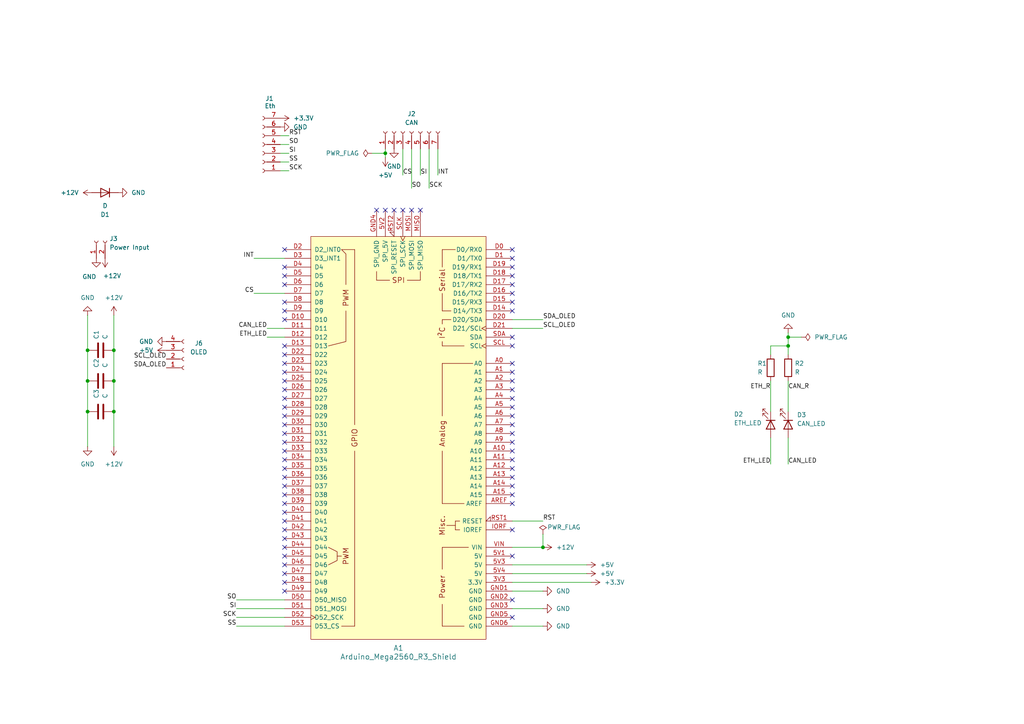
<source format=kicad_sch>
(kicad_sch (version 20231120) (generator "eeschema") (generator_version "8.0")
  (paper "A4")
  (lib_symbols
    (symbol "+12V_1" (power) (pin_numbers hide) (pin_names (offset 0) hide)
      (property "Value" "+12V" (at 0 3.556 0))
      (symbol "+12V_1_0_1"
        (polyline (pts (xy -0.762 1.27) (xy 0 2.54)))
        (polyline (pts (xy 0 0) (xy 0 2.54)))
        (polyline (pts (xy 0 2.54) (xy 0.762 1.27)))
      )
      (symbol "+12V_1_1_1"
        (pin power_in line (at 0 0 90) (length 0) (name "~") (number "1"))
      )
    )
    (symbol "+12V_2" (power) (pin_numbers hide) (pin_names (offset 0) hide)
      (property "Value" "+12V" (at 0 3.556 0))
      (symbol "+12V_2_0_1"
        (polyline (pts (xy -0.762 1.27) (xy 0 2.54)))
        (polyline (pts (xy 0 0) (xy 0 2.54)))
        (polyline (pts (xy 0 2.54) (xy 0.762 1.27)))
      )
      (symbol "+12V_2_1_1"
        (pin power_in line (at 0 0 90) (length 0) (name "~") (number "1"))
      )
    )
    (symbol "+5V_1" (power) (pin_numbers hide) (pin_names (offset 0) hide)
      (property "Value" "+5V" (at 0 3.556 0))
      (symbol "+5V_1_0_1"
        (polyline (pts (xy -0.762 1.27) (xy 0 2.54)))
        (polyline (pts (xy 0 0) (xy 0 2.54)))
        (polyline (pts (xy 0 2.54) (xy 0.762 1.27)))
      )
      (symbol "+5V_1_1_1"
        (pin power_in line (at 0 0 90) (length 0) (name "~") (number "1"))
      )
    )
    (symbol "+5V_2" (power) (pin_numbers hide) (pin_names (offset 0) hide)
      (property "Value" "+5V" (at 0 3.556 0))
      (symbol "+5V_2_0_1"
        (polyline (pts (xy -0.762 1.27) (xy 0 2.54)))
        (polyline (pts (xy 0 0) (xy 0 2.54)))
        (polyline (pts (xy 0 2.54) (xy 0.762 1.27)))
      )
      (symbol "+5V_2_1_1"
        (pin power_in line (at 0 0 90) (length 0) (name "~") (number "1"))
      )
    )
    (symbol "Connector:Conn_01x02_Socket" (pin_names (offset 1.016) hide)
      (property "Reference" "J" (at 0 2.54 0))
      (property "Value" "Conn_01x02_Socket" (at 0 -5.08 0))
      (symbol "Conn_01x02_Socket_1_1"
        (arc (start 0 -2.032) (mid -0.5058 -2.54) (end 0 -3.048) (stroke (width 0.1524)))
        (polyline (pts (xy -1.27 -2.54) (xy -0.508 -2.54)) (stroke (width 0.1524)))
        (polyline (pts (xy -1.27 0) (xy -0.508 0)) (stroke (width 0.1524)))
        (arc (start 0 0.508) (mid -0.5058 0) (end 0 -0.508) (stroke (width 0.1524)))
        (pin passive line (at -5.08 0 0) (length 3.81) (name "Pin_1") (number "1"))
        (pin passive line (at -5.08 -2.54 0) (length 3.81) (name "Pin_2") (number "2"))
      )
    )
    (symbol "Connector:Conn_01x04_Socket" (pin_names (offset 1.016) hide)
      (property "Reference" "J" (at 0 5.08 0))
      (property "Value" "Conn_01x04_Socket" (at 0 -7.62 0))
      (symbol "Conn_01x04_Socket_1_1"
        (arc (start 0 -4.572) (mid -0.5058 -5.08) (end 0 -5.588) (stroke (width 0.1524)))
        (arc (start 0 -2.032) (mid -0.5058 -2.54) (end 0 -3.048) (stroke (width 0.1524)))
        (polyline (pts (xy -1.27 -5.08) (xy -0.508 -5.08)) (stroke (width 0.1524)))
        (polyline (pts (xy -1.27 -2.54) (xy -0.508 -2.54)) (stroke (width 0.1524)))
        (polyline (pts (xy -1.27 0) (xy -0.508 0)) (stroke (width 0.1524)))
        (polyline (pts (xy -1.27 2.54) (xy -0.508 2.54)) (stroke (width 0.1524)))
        (arc (start 0 0.508) (mid -0.5058 0) (end 0 -0.508) (stroke (width 0.1524)))
        (arc (start 0 3.048) (mid -0.5058 2.54) (end 0 2.032) (stroke (width 0.1524)))
        (pin passive line (at -5.08 2.54 0) (length 3.81) (name "Pin_1") (number "1"))
        (pin passive line (at -5.08 0 0) (length 3.81) (name "Pin_2") (number "2"))
        (pin passive line (at -5.08 -2.54 0) (length 3.81) (name "Pin_3") (number "3"))
        (pin passive line (at -5.08 -5.08 0) (length 3.81) (name "Pin_4") (number "4"))
      )
    )
    (symbol "Connector:Conn_01x07_Socket" (pin_names (offset 1.016) hide)
      (property "Reference" "J" (at 0 10.16 0))
      (property "Value" "Conn_01x07_Socket" (at 0 -10.16 0))
      (symbol "Conn_01x07_Socket_1_1"
        (arc (start 0 -7.112) (mid -0.5058 -7.62) (end 0 -8.128) (stroke (width 0.1524)))
        (arc (start 0 -4.572) (mid -0.5058 -5.08) (end 0 -5.588) (stroke (width 0.1524)))
        (arc (start 0 -2.032) (mid -0.5058 -2.54) (end 0 -3.048) (stroke (width 0.1524)))
        (polyline (pts (xy -1.27 -7.62) (xy -0.508 -7.62)) (stroke (width 0.1524)))
        (polyline (pts (xy -1.27 -5.08) (xy -0.508 -5.08)) (stroke (width 0.1524)))
        (polyline (pts (xy -1.27 -2.54) (xy -0.508 -2.54)) (stroke (width 0.1524)))
        (polyline (pts (xy -1.27 0) (xy -0.508 0)) (stroke (width 0.1524)))
        (polyline (pts (xy -1.27 2.54) (xy -0.508 2.54)) (stroke (width 0.1524)))
        (polyline (pts (xy -1.27 5.08) (xy -0.508 5.08)) (stroke (width 0.1524)))
        (polyline (pts (xy -1.27 7.62) (xy -0.508 7.62)) (stroke (width 0.1524)))
        (arc (start 0 0.508) (mid -0.5058 0) (end 0 -0.508) (stroke (width 0.1524)))
        (arc (start 0 3.048) (mid -0.5058 2.54) (end 0 2.032) (stroke (width 0.1524)))
        (arc (start 0 5.588) (mid -0.5058 5.08) (end 0 4.572) (stroke (width 0.1524)))
        (arc (start 0 8.128) (mid -0.5058 7.62) (end 0 7.112) (stroke (width 0.1524)))
        (pin passive line (at -5.08 7.62 0) (length 3.81) (name "Pin_1") (number "1"))
        (pin passive line (at -5.08 5.08 0) (length 3.81) (name "Pin_2") (number "2"))
        (pin passive line (at -5.08 2.54 0) (length 3.81) (name "Pin_3") (number "3"))
        (pin passive line (at -5.08 0 0) (length 3.81) (name "Pin_4") (number "4"))
        (pin passive line (at -5.08 -2.54 0) (length 3.81) (name "Pin_5") (number "5"))
        (pin passive line (at -5.08 -5.08 0) (length 3.81) (name "Pin_6") (number "6"))
        (pin passive line (at -5.08 -7.62 0) (length 3.81) (name "Pin_7") (number "7"))
      )
    )
    (symbol "Device:C" (pin_numbers hide) (pin_names (offset 0.254))
      (property "Reference" "C" (at 0.635 2.54 0))
      (property "Value" "C" (at 0.635 -2.54 0))
      (symbol "C_0_1"
        (polyline (pts (xy -2.032 -0.762) (xy 2.032 -0.762)) (stroke (width 0.508)))
        (polyline (pts (xy -2.032 0.762) (xy 2.032 0.762)) (stroke (width 0.508)))
      )
      (symbol "C_1_1"
        (pin passive line (at 0 3.81 270) (length 2.794) (name "~") (number "1"))
        (pin passive line (at 0 -3.81 90) (length 2.794) (name "~") (number "2"))
      )
    )
    (symbol "Device:D" (pin_numbers hide) (pin_names (offset 1.016) hide)
      (property "Reference" "D" (at 0 2.54 0))
      (property "Value" "D" (at 0 -2.54 0))
      (symbol "D_0_1"
        (polyline (pts (xy -1.27 1.27) (xy -1.27 -1.27)) (stroke (width 0.254)))
        (polyline (pts (xy 1.27 0) (xy -1.27 0)))
        (polyline (pts (xy 1.27 1.27) (xy 1.27 -1.27) (xy -1.27 0) (xy 1.27 1.27)) (stroke (width 0.254)))
      )
      (symbol "D_1_1"
        (pin passive line (at -3.81 0 0) (length 2.54) (name "K") (number "1"))
        (pin passive line (at 3.81 0 180) (length 2.54) (name "A") (number "2"))
      )
    )
    (symbol "Device:LED" (pin_numbers hide) (pin_names (offset 1.016) hide)
      (property "Reference" "D" (at 0 2.54 0))
      (property "Value" "LED" (at 0 -2.54 0))
      (symbol "LED_0_1"
        (polyline (pts (xy -1.27 -1.27) (xy -1.27 1.27)) (stroke (width 0.254)))
        (polyline (pts (xy -1.27 0) (xy 1.27 0)))
        (polyline (pts (xy 1.27 -1.27) (xy 1.27 1.27) (xy -1.27 0) (xy 1.27 -1.27)) (stroke (width 0.254)))
        (polyline (pts (xy -3.048 -0.762) (xy -4.572 -2.286) (xy -3.81 -2.286) (xy -4.572 -2.286) (xy -4.572 -1.524)))
        (polyline (pts (xy -1.778 -0.762) (xy -3.302 -2.286) (xy -2.54 -2.286) (xy -3.302 -2.286) (xy -3.302 -1.524)))
      )
      (symbol "LED_1_1"
        (pin passive line (at -3.81 0 0) (length 2.54) (name "K") (number "1"))
        (pin passive line (at 3.81 0 180) (length 2.54) (name "A") (number "2"))
      )
    )
    (symbol "Device:R" (pin_numbers hide) (pin_names (offset 0))
      (property "Reference" "R" (at 2.032 0 90))
      (property "Value" "R" (at 0 0 90))
      (symbol "R_0_1"
        (rectangle (start -1.016 -2.54) (end 1.016 2.54) (stroke (width 0.254)))
      )
      (symbol "R_1_1"
        (pin passive line (at 0 3.81 270) (length 1.27) (name "~") (number "1"))
        (pin passive line (at 0 -3.81 90) (length 1.27) (name "~") (number "2"))
      )
    )
    (symbol "GND_1" (power) (pin_numbers hide) (pin_names (offset 0) hide)
      (property "Value" "GND" (at 0 -3.81 0))
      (symbol "GND_1_0_1"
        (polyline (pts (xy 0 0) (xy 0 -1.27) (xy 1.27 -1.27) (xy 0 -2.54) (xy -1.27 -1.27) (xy 0 -1.27)))
      )
      (symbol "GND_1_1_1"
        (pin power_in line (at 0 0 270) (length 0) (name "~") (number "1"))
      )
    )
    (symbol "GND_2" (power) (pin_numbers hide) (pin_names (offset 0) hide)
      (property "Value" "GND" (at 0 -3.81 0))
      (symbol "GND_2_0_1"
        (polyline (pts (xy 0 0) (xy 0 -1.27) (xy 1.27 -1.27) (xy 0 -2.54) (xy -1.27 -1.27) (xy 0 -1.27)))
      )
      (symbol "GND_2_1_1"
        (pin power_in line (at 0 0 270) (length 0) (name "~") (number "1"))
      )
    )
    (symbol "GND_3" (power) (pin_numbers hide) (pin_names (offset 0) hide)
      (property "Value" "GND" (at 0 -3.81 0))
      (symbol "GND_3_0_1"
        (polyline (pts (xy 0 0) (xy 0 -1.27) (xy 1.27 -1.27) (xy 0 -2.54) (xy -1.27 -1.27) (xy 0 -1.27)))
      )
      (symbol "GND_3_1_1"
        (pin power_in line (at 0 0 270) (length 0) (name "~") (number "1"))
      )
    )
    (symbol "GND_4" (power) (pin_numbers hide) (pin_names (offset 0) hide)
      (property "Value" "GND" (at 0 -3.81 0))
      (symbol "GND_4_0_1"
        (polyline (pts (xy 0 0) (xy 0 -1.27) (xy 1.27 -1.27) (xy 0 -2.54) (xy -1.27 -1.27) (xy 0 -1.27)))
      )
      (symbol "GND_4_1_1"
        (pin power_in line (at 0 0 270) (length 0) (name "~") (number "1"))
      )
    )
    (symbol "GND_5" (power) (pin_numbers hide) (pin_names (offset 0) hide)
      (property "Value" "GND" (at 0 -3.81 0))
      (symbol "GND_5_0_1"
        (polyline (pts (xy 0 0) (xy 0 -1.27) (xy 1.27 -1.27) (xy 0 -2.54) (xy -1.27 -1.27) (xy 0 -1.27)))
      )
      (symbol "GND_5_1_1"
        (pin power_in line (at 0 0 270) (length 0) (name "~") (number "1"))
      )
    )
    (symbol "PCM_arduino-library:Arduino_Mega2560_R3_Shield" (pin_names (offset 1.016))
      (property "Reference" "A" (at 0 -62.23 0))
      (property "Value" "Arduino_Mega2560_R3_Shield" (at 0 -66.04 0))
      (symbol "Arduino_Mega2560_R3_Shield_0_0"
        (rectangle (start -25.4 -58.42) (end 25.4 58.42) (fill (type background)))
        (rectangle (start -20.32 -31.75) (end -12.7 -31.75))
        (rectangle (start -19.05 -54.61) (end -12.7 -54.61))
        (rectangle (start -19.05 -19.05) (end -12.7 -19.05))
        (rectangle (start -19.05 26.67) (end -12.7 26.67))
        (rectangle (start -17.78 -26.67) (end -16.51 -26.67))
        (rectangle (start -17.78 -24.13) (end -16.51 -24.13))
        (rectangle (start -16.51 -25.4) (end -13.97 -25.4))
        (rectangle (start -16.51 -24.13) (end -16.51 -26.67))
        (rectangle (start -16.51 54.61) (end -12.7 54.61))
        (rectangle (start -15.24 34.29) (end -12.7 34.29))
        (rectangle (start -15.24 36.83) (end -12.7 36.83))
        (rectangle (start -12.7 -54.61) (end -12.7 -48.26))
        (rectangle (start -12.7 -31.75) (end -12.7 -38.1))
        (rectangle (start -12.7 26.67) (end -12.7 27.94))
        (rectangle (start -12.7 34.29) (end -12.7 33.02))
        (rectangle (start -12.7 41.91) (end -12.7 36.83))
        (rectangle (start -12.7 49.53) (end -12.7 54.61))
        (rectangle (start -6.35 48.26) (end -6.35 45.72))
        (rectangle (start -2.54 45.72) (end -6.35 45.72))
        (polyline (pts (xy -21.59 21.59) (xy -12.7 21.59)))
        (polyline (pts (xy -12.7 -19.05) (xy -12.7 -3.81)))
        (polyline (pts (xy -12.7 6.35) (xy -12.7 21.59)))
        (polyline (pts (xy 12.7 -54.61) (xy 16.51 -54.61)))
        (polyline (pts (xy 12.7 54.61) (xy 16.51 54.61)))
        (polyline (pts (xy 17.78 -34.29) (xy 16.51 -34.29)))
        (polyline (pts (xy 15.24 36.83) (xy 15.24 27.94) (xy 20.32 26.67)))
        (polyline (pts (xy 15.24 44.45) (xy 15.24 53.34) (xy 16.51 54.61)))
        (polyline (pts (xy 20.32 -31.75) (xy 17.78 -33.02) (xy 17.78 -35.56) (xy 20.32 -36.83)))
        (rectangle (start 6.35 45.72) (end 2.54 45.72))
        (rectangle (start 6.35 48.26) (end 6.35 45.72))
        (text "Analog" (at -12.7 1.27 900) (effects (font (size 1.524 1.524))))
        (text "I²C" (at -12.7 30.48 900) (effects (font (size 1.524 1.524))))
        (text "Misc." (at -12.7 -25.4 900) (effects (font (size 1.524 1.524))))
        (text "Power" (at -12.7 -43.18 900) (effects (font (size 1.524 1.524))))
        (text "PWM" (at 15.24 -34.29 900) (effects (font (size 1.524 1.524))))
        (text "PWM" (at 15.24 40.64 900) (effects (font (size 1.524 1.524))))
        (text "Serial" (at -12.7 45.72 900) (effects (font (size 1.524 1.524))))
        (text "SPI" (at 0 45.72 0) (effects (font (size 1.524 1.524))))
      )
      (symbol "Arduino_Mega2560_R3_Shield_1_0"
        (rectangle (start 12.7 -54.61) (end 12.7 -3.81))
        (rectangle (start 12.7 54.61) (end 12.7 3.81))
        (text "GPIO" (at 12.7 0 900) (effects (font (size 1.524 1.524))))
      )
      (symbol "Arduino_Mega2560_R3_Shield_1_1"
        (pin power_out line (at -33.02 -41.91 0) (length 7.62) (name "3.3V") (number "3V3"))
        (pin power_in line (at -33.02 -34.29 0) (length 7.62) (name "5V") (number "5V1"))
        (pin power_in line (at 3.81 66.04 270) (length 7.62) (name "SPI_5V") (number "5V2"))
        (pin power_in line (at -33.02 -36.83 0) (length 7.62) (name "5V") (number "5V3"))
        (pin power_in line (at -33.02 -39.37 0) (length 7.62) (name "5V") (number "5V4"))
        (pin bidirectional line (at -33.02 21.59 0) (length 7.62) (name "A0") (number "A0"))
        (pin bidirectional line (at -33.02 19.05 0) (length 7.62) (name "A1") (number "A1"))
        (pin bidirectional line (at -33.02 -3.81 0) (length 7.62) (name "A10") (number "A10"))
        (pin bidirectional line (at -33.02 -6.35 0) (length 7.62) (name "A11") (number "A11"))
        (pin bidirectional line (at -33.02 -8.89 0) (length 7.62) (name "A12") (number "A12"))
        (pin bidirectional line (at -33.02 -11.43 0) (length 7.62) (name "A13") (number "A13"))
        (pin bidirectional line (at -33.02 -13.97 0) (length 7.62) (name "A14") (number "A14"))
        (pin bidirectional line (at -33.02 -16.51 0) (length 7.62) (name "A15") (number "A15"))
        (pin bidirectional line (at -33.02 16.51 0) (length 7.62) (name "A2") (number "A2"))
        (pin bidirectional line (at -33.02 13.97 0) (length 7.62) (name "A3") (number "A3"))
        (pin bidirectional line (at -33.02 11.43 0) (length 7.62) (name "A4") (number "A4"))
        (pin bidirectional line (at -33.02 8.89 0) (length 7.62) (name "A5") (number "A5"))
        (pin bidirectional line (at -33.02 6.35 0) (length 7.62) (name "A6") (number "A6"))
        (pin bidirectional line (at -33.02 3.81 0) (length 7.62) (name "A7") (number "A7"))
        (pin bidirectional line (at -33.02 1.27 0) (length 7.62) (name "A8") (number "A8"))
        (pin bidirectional line (at -33.02 -1.27 0) (length 7.62) (name "A9") (number "A9"))
        (pin input line (at -33.02 -19.05 0) (length 7.62) (name "AREF") (number "AREF"))
        (pin bidirectional line (at -33.02 54.61 0) (length 7.62) (name "D0/RX0") (number "D0"))
        (pin bidirectional line (at -33.02 52.07 0) (length 7.62) (name "D1/TX0") (number "D1"))
        (pin bidirectional line (at 33.02 34.29 180) (length 7.62) (name "D10") (number "D10"))
        (pin bidirectional line (at 33.02 31.75 180) (length 7.62) (name "D11") (number "D11"))
        (pin bidirectional line (at 33.02 29.21 180) (length 7.62) (name "D12") (number "D12"))
        (pin bidirectional line (at 33.02 26.67 180) (length 7.62) (name "D13") (number "D13"))
        (pin bidirectional line (at -33.02 36.83 0) (length 7.62) (name "D14/TX3") (number "D14"))
        (pin bidirectional line (at -33.02 39.37 0) (length 7.62) (name "D15/RX3") (number "D15"))
        (pin bidirectional line (at -33.02 41.91 0) (length 7.62) (name "D16/TX2") (number "D16"))
        (pin bidirectional line (at -33.02 44.45 0) (length 7.62) (name "D17/RX2") (number "D17"))
        (pin bidirectional line (at -33.02 46.99 0) (length 7.62) (name "D18/TX1") (number "D18"))
        (pin bidirectional line (at -33.02 49.53 0) (length 7.62) (name "D19/RX1") (number "D19"))
        (pin bidirectional line (at 33.02 54.61 180) (length 7.62) (name "D2_INT0") (number "D2"))
        (pin bidirectional line (at -33.02 34.29 0) (length 7.62) (name "D20/SDA") (number "D20"))
        (pin bidirectional clock (at -33.02 31.75 0) (length 7.62) (name "D21/SCL") (number "D21"))
        (pin bidirectional line (at 33.02 24.13 180) (length 7.62) (name "D22") (number "D22"))
        (pin bidirectional line (at 33.02 21.59 180) (length 7.62) (name "D23") (number "D23"))
        (pin bidirectional line (at 33.02 19.05 180) (length 7.62) (name "D24") (number "D24"))
        (pin bidirectional line (at 33.02 16.51 180) (length 7.62) (name "D25") (number "D25"))
        (pin bidirectional line (at 33.02 13.97 180) (length 7.62) (name "D26") (number "D26"))
        (pin bidirectional line (at 33.02 11.43 180) (length 7.62) (name "D27") (number "D27"))
        (pin bidirectional line (at 33.02 8.89 180) (length 7.62) (name "D28") (number "D28"))
        (pin bidirectional line (at 33.02 6.35 180) (length 7.62) (name "D29") (number "D29"))
        (pin bidirectional line (at 33.02 52.07 180) (length 7.62) (name "D3_INT1") (number "D3"))
        (pin bidirectional line (at 33.02 3.81 180) (length 7.62) (name "D30") (number "D30"))
        (pin bidirectional line (at 33.02 1.27 180) (length 7.62) (name "D31") (number "D31"))
        (pin bidirectional line (at 33.02 -1.27 180) (length 7.62) (name "D32") (number "D32"))
        (pin bidirectional line (at 33.02 -3.81 180) (length 7.62) (name "D33") (number "D33"))
        (pin bidirectional line (at 33.02 -6.35 180) (length 7.62) (name "D34") (number "D34"))
        (pin bidirectional line (at 33.02 -8.89 180) (length 7.62) (name "D35") (number "D35"))
        (pin bidirectional line (at 33.02 -11.43 180) (length 7.62) (name "D36") (number "D36"))
        (pin bidirectional line (at 33.02 -13.97 180) (length 7.62) (name "D37") (number "D37"))
        (pin bidirectional line (at 33.02 -16.51 180) (length 7.62) (name "D38") (number "D38"))
        (pin bidirectional line (at 33.02 -19.05 180) (length 7.62) (name "D39") (number "D39"))
        (pin bidirectional line (at 33.02 49.53 180) (length 7.62) (name "D4") (number "D4"))
        (pin bidirectional line (at 33.02 -21.59 180) (length 7.62) (name "D40") (number "D40"))
        (pin bidirectional line (at 33.02 -24.13 180) (length 7.62) (name "D41") (number "D41"))
        (pin bidirectional line (at 33.02 -26.67 180) (length 7.62) (name "D42") (number "D42"))
        (pin bidirectional line (at 33.02 -29.21 180) (length 7.62) (name "D43") (number "D43"))
        (pin bidirectional line (at 33.02 -31.75 180) (length 7.62) (name "D44") (number "D44"))
        (pin bidirectional line (at 33.02 -34.29 180) (length 7.62) (name "D45") (number "D45"))
        (pin bidirectional line (at 33.02 -36.83 180) (length 7.62) (name "D46") (number "D46"))
        (pin bidirectional line (at 33.02 -39.37 180) (length 7.62) (name "D47") (number "D47"))
        (pin bidirectional line (at 33.02 -41.91 180) (length 7.62) (name "D48") (number "D48"))
        (pin bidirectional line (at 33.02 -44.45 180) (length 7.62) (name "D49") (number "D49"))
        (pin bidirectional line (at 33.02 46.99 180) (length 7.62) (name "D5") (number "D5"))
        (pin bidirectional line (at 33.02 -46.99 180) (length 7.62) (name "D50_MISO") (number "D50"))
        (pin bidirectional line (at 33.02 -49.53 180) (length 7.62) (name "D51_MOSI") (number "D51"))
        (pin bidirectional clock (at 33.02 -52.07 180) (length 7.62) (name "D52_SCK") (number "D52"))
        (pin bidirectional line (at 33.02 -54.61 180) (length 7.62) (name "D53_CS") (number "D53"))
        (pin bidirectional line (at 33.02 44.45 180) (length 7.62) (name "D6") (number "D6"))
        (pin bidirectional line (at 33.02 41.91 180) (length 7.62) (name "D7") (number "D7"))
        (pin bidirectional line (at 33.02 39.37 180) (length 7.62) (name "D8") (number "D8"))
        (pin bidirectional line (at 33.02 36.83 180) (length 7.62) (name "D9") (number "D9"))
        (pin power_in line (at -33.02 -44.45 0) (length 7.62) (name "GND") (number "GND1"))
        (pin power_in line (at -33.02 -46.99 0) (length 7.62) (name "GND") (number "GND2"))
        (pin power_in line (at -33.02 -49.53 0) (length 7.62) (name "GND") (number "GND3"))
        (pin power_in line (at 6.35 66.04 270) (length 7.62) (name "SPI_GND") (number "GND4"))
        (pin power_in line (at -33.02 -52.07 0) (length 7.62) (name "GND") (number "GND5"))
        (pin power_in line (at -33.02 -54.61 0) (length 7.62) (name "GND") (number "GND6"))
        (pin output line (at -33.02 -26.67 0) (length 7.62) (name "IOREF") (number "IORF"))
        (pin input line (at -6.35 66.04 270) (length 7.62) (name "SPI_MISO") (number "MISO"))
        (pin output line (at -3.81 66.04 270) (length 7.62) (name "SPI_MOSI") (number "MOSI"))
        (pin open_collector input_low (at -33.02 -24.13 0) (length 7.62) (name "RESET") (number "RST1"))
        (pin open_collector input_low (at 1.27 66.04 270) (length 7.62) (name "SPI_RESET") (number "RST2"))
        (pin output clock (at -1.27 66.04 270) (length 7.62) (name "SPI_SCK") (number "SCK"))
        (pin bidirectional clock (at -33.02 26.67 0) (length 7.62) (name "SCL") (number "SCL"))
        (pin bidirectional line (at -33.02 29.21 0) (length 7.62) (name "SDA") (number "SDA"))
        (pin power_in line (at -33.02 -31.75 0) (length 7.62) (name "VIN") (number "VIN"))
      )
    )
    (symbol "power:+3.3V" (power) (pin_numbers hide) (pin_names (offset 0) hide)
      (property "Value" "+3.3V" (at 0 3.556 0))
      (symbol "+3.3V_0_1"
        (polyline (pts (xy -0.762 1.27) (xy 0 2.54)))
        (polyline (pts (xy 0 0) (xy 0 2.54)))
        (polyline (pts (xy 0 2.54) (xy 0.762 1.27)))
      )
      (symbol "+3.3V_1_1"
        (pin power_in line (at 0 0 90) (length 0) (name "~") (number "1"))
      )
    )
    (symbol "power:+5V" (power) (pin_numbers hide) (pin_names (offset 0) hide)
      (property "Value" "+5V" (at 0 3.556 0))
      (symbol "+5V_0_1"
        (polyline (pts (xy -0.762 1.27) (xy 0 2.54)))
        (polyline (pts (xy 0 0) (xy 0 2.54)))
        (polyline (pts (xy 0 2.54) (xy 0.762 1.27)))
      )
      (symbol "+5V_1_1"
        (pin power_in line (at 0 0 90) (length 0) (name "~") (number "1"))
      )
    )
    (symbol "power:GND" (power) (pin_numbers hide) (pin_names (offset 0) hide)
      (property "Value" "GND" (at 0 -3.81 0))
      (symbol "GND_0_1"
        (polyline (pts (xy 0 0) (xy 0 -1.27) (xy 1.27 -1.27) (xy 0 -2.54) (xy -1.27 -1.27) (xy 0 -1.27)))
      )
      (symbol "GND_1_1"
        (pin power_in line (at 0 0 270) (length 0) (name "~") (number "1"))
      )
    )
    (symbol "power:PWR_FLAG" (power) (pin_numbers hide) (pin_names (offset 0) hide)
      (property "Value" "PWR_FLAG" (at 0 3.81 0))
      (symbol "PWR_FLAG_0_0"
        (pin power_out line (at 0 0 90) (length 0) (name "~") (number "1"))
      )
      (symbol "PWR_FLAG_0_1"
        (polyline (pts (xy 0 0) (xy 0 1.27) (xy -1.016 1.905) (xy 0 2.54) (xy 1.016 1.905) (xy 0 1.27)))
      )
    )
  )
  (junction (at 33.02 119.38))
  (junction (at 157.48 158.75))
  (junction (at 33.02 110.49))
  (junction (at 25.4 101.6))
  (junction (at 228.6 100.33))
  (junction (at 228.6 97.79))
  (junction (at 25.4 119.38))
  (junction (at 25.4 110.49))
  (junction (at 33.02 101.6))
  (junction (at 111.76 44.45))
  (no_connect (at 148.59 123.19))
  (no_connect (at 82.55 107.95))
  (no_connect (at 82.55 171.45))
  (no_connect (at 148.59 100.33))
  (no_connect (at 82.55 166.37))
  (no_connect (at 148.59 146.05))
  (no_connect (at 82.55 125.73))
  (no_connect (at 148.59 118.11))
  (no_connect (at 148.59 179.07))
  (no_connect (at 121.92 60.96))
  (no_connect (at 148.59 110.49))
  (no_connect (at 82.55 140.97))
  (no_connect (at 82.55 130.81))
  (no_connect (at 82.55 118.11))
  (no_connect (at 148.59 74.93))
  (no_connect (at 116.84 60.96))
  (no_connect (at 148.59 143.51))
  (no_connect (at 148.59 140.97))
  (no_connect (at 82.55 138.43))
  (no_connect (at 148.59 90.17))
  (no_connect (at 82.55 102.87))
  (no_connect (at 148.59 97.79))
  (no_connect (at 82.55 123.19))
  (no_connect (at 148.59 128.27))
  (no_connect (at 148.59 135.89))
  (no_connect (at 148.59 72.39))
  (no_connect (at 148.59 173.99))
  (no_connect (at 148.59 87.63))
  (no_connect (at 148.59 80.01))
  (no_connect (at 82.55 133.35))
  (no_connect (at 148.59 133.35))
  (no_connect (at 82.55 163.83))
  (no_connect (at 82.55 100.33))
  (no_connect (at 82.55 105.41))
  (no_connect (at 82.55 158.75))
  (no_connect (at 148.59 85.09))
  (no_connect (at 82.55 110.49))
  (no_connect (at 114.3 60.96))
  (no_connect (at 148.59 130.81))
  (no_connect (at 82.55 113.03))
  (no_connect (at 148.59 153.67))
  (no_connect (at 82.55 135.89))
  (no_connect (at 82.55 143.51))
  (no_connect (at 148.59 125.73))
  (no_connect (at 82.55 156.21))
  (no_connect (at 148.59 138.43))
  (no_connect (at 148.59 120.65))
  (no_connect (at 111.76 60.96))
  (no_connect (at 82.55 148.59))
  (no_connect (at 148.59 82.55))
  (no_connect (at 119.38 60.96))
  (no_connect (at 82.55 90.17))
  (no_connect (at 109.22 60.96))
  (no_connect (at 82.55 87.63))
  (no_connect (at 148.59 107.95))
  (no_connect (at 82.55 82.55))
  (no_connect (at 148.59 113.03))
  (no_connect (at 82.55 153.67))
  (no_connect (at 82.55 77.47))
  (no_connect (at 82.55 146.05))
  (no_connect (at 82.55 72.39))
  (no_connect (at 148.59 115.57))
  (no_connect (at 82.55 80.01))
  (no_connect (at 82.55 151.13))
  (no_connect (at 148.59 161.29))
  (no_connect (at 82.55 168.91))
  (no_connect (at 148.59 105.41))
  (no_connect (at 82.55 120.65))
  (no_connect (at 82.55 161.29))
  (no_connect (at 148.59 77.47))
  (no_connect (at 82.55 115.57))
  (no_connect (at 82.55 128.27))
  (no_connect (at 82.55 92.71))
  (wire (pts (xy 148.59 181.61) (xy 157.48 181.61)))
  (wire (pts (xy 119.38 43.18) (xy 119.38 54.61)))
  (wire (pts (xy 111.76 44.45) (xy 111.76 45.72)))
  (wire (pts (xy 223.52 110.49) (xy 223.52 119.38)))
  (wire (pts (xy 223.52 100.33) (xy 228.6 100.33)))
  (wire (pts (xy 116.84 43.18) (xy 116.84 50.8)))
  (wire (pts (xy 157.48 92.71) (xy 148.59 92.71)))
  (wire (pts (xy 148.59 176.53) (xy 157.48 176.53)))
  (wire (pts (xy 228.6 127) (xy 228.6 134.62)))
  (wire (pts (xy 228.6 100.33) (xy 228.6 102.87)))
  (wire (pts (xy 82.55 74.93) (xy 73.66 74.93)))
  (wire (pts (xy 223.52 102.87) (xy 223.52 100.33)))
  (wire (pts (xy 157.48 151.13) (xy 148.59 151.13)))
  (wire (pts (xy 124.46 43.18) (xy 124.46 54.61)))
  (wire (pts (xy 228.6 97.79) (xy 228.6 100.33)))
  (wire (pts (xy 25.4 119.38) (xy 25.4 129.54)))
  (wire (pts (xy 82.55 173.99) (xy 68.58 173.99)))
  (wire (pts (xy 82.55 179.07) (xy 68.58 179.07)))
  (wire (pts (xy 228.6 96.52) (xy 228.6 97.79)))
  (wire (pts (xy 25.4 91.44) (xy 25.4 101.6)))
  (wire (pts (xy 25.4 101.6) (xy 25.4 110.49)))
  (wire (pts (xy 157.48 154.94) (xy 157.48 158.75)))
  (wire (pts (xy 33.02 91.44) (xy 33.02 101.6)))
  (wire (pts (xy 82.55 85.09) (xy 73.66 85.09)))
  (wire (pts (xy 148.59 171.45) (xy 157.48 171.45)))
  (wire (pts (xy 111.76 43.18) (xy 111.76 44.45)))
  (wire (pts (xy 127 43.18) (xy 127 50.8)))
  (wire (pts (xy 33.02 110.49) (xy 33.02 119.38)))
  (wire (pts (xy 121.92 43.18) (xy 121.92 50.8)))
  (wire (pts (xy 157.48 158.75) (xy 148.59 158.75)))
  (wire (pts (xy 223.52 127) (xy 223.52 134.62)))
  (wire (pts (xy 107.95 44.45) (xy 111.76 44.45)))
  (wire (pts (xy 82.55 181.61) (xy 68.58 181.61)))
  (wire (pts (xy 81.28 41.91) (xy 83.82 41.91)))
  (wire (pts (xy 148.59 166.37) (xy 170.18 166.37)))
  (wire (pts (xy 25.4 110.49) (xy 25.4 119.38)))
  (wire (pts (xy 82.55 95.25) (xy 77.47 95.25)))
  (wire (pts (xy 81.28 39.37) (xy 83.82 39.37)))
  (wire (pts (xy 228.6 97.79) (xy 232.41 97.79)))
  (wire (pts (xy 157.48 95.25) (xy 148.59 95.25)))
  (wire (pts (xy 81.28 46.99) (xy 83.82 46.99)))
  (wire (pts (xy 81.28 44.45) (xy 83.82 44.45)))
  (wire (pts (xy 82.55 176.53) (xy 68.58 176.53)))
  (wire (pts (xy 228.6 110.49) (xy 228.6 119.38)))
  (wire (pts (xy 33.02 101.6) (xy 33.02 110.49)))
  (wire (pts (xy 33.02 119.38) (xy 33.02 129.54)))
  (wire (pts (xy 81.28 49.53) (xy 83.82 49.53)))
  (wire (pts (xy 148.59 163.83) (xy 170.18 163.83)))
  (wire (pts (xy 171.45 168.91) (xy 148.59 168.91)))
  (wire (pts (xy 82.55 97.79) (xy 77.47 97.79)))
  (label "SCK" (at 124.46 54.61 0))
  (label "SO" (at 83.82 41.91 0))
  (label "ETH_LED" (at 77.47 97.79 180))
  (label "SI" (at 83.82 44.45 0))
  (label "SCK" (at 68.58 179.07 180))
  (label "SS" (at 68.58 181.61 180))
  (label "CS" (at 73.66 85.09 180))
  (label "SDA_OLED" (at 157.48 92.71 0))
  (label "ETH_R" (at 223.52 113.03 180))
  (label "CAN_LED" (at 77.47 95.25 180))
  (label "SCL_OLED" (at 157.48 95.25 0))
  (label "ETH_LED" (at 223.52 134.62 180))
  (label "CAN_R" (at 228.6 113.03 0))
  (label "RST" (at 83.82 39.37 0))
  (label "RST" (at 157.48 151.13 0))
  (label "SCL_OLED" (at 48.26 104.14 180))
  (label "CAN_LED" (at 228.6 134.62 0))
  (label "SDA_OLED" (at 48.26 106.68 180))
  (label "INT" (at 127 50.8 0))
  (label "SS" (at 83.82 46.99 0))
  (label "SI" (at 121.92 50.8 0))
  (label "SO" (at 119.38 54.61 0))
  (label "CS" (at 116.84 50.8 0))
  (label "SO" (at 68.58 173.99 180))
  (label "SCK" (at 83.82 49.53 0))
  (label "INT" (at 73.66 74.93 180))
  (label "SI" (at 68.58 176.53 180))
  (symbol (lib_name "+12V_2") (lib_id "power:+12V") (at 30.48 74.93 180) (unit 1)
    (property "Reference" "#PWR025" (effects (hide yes)))
    (property "Value" "+12V" (at 32.512 80.01 0))
    (property "Description" "Power symbol creates a global label with name \"+12V\"" (effects (hide yes)))
  )
  (symbol (lib_id "Device:LED") (at 228.6 123.19 270) (unit 1)
    (property "Reference" "D3" (at 231.14 120.3324 90) (effects (justify left)))
    (property "Value" "CAN_LED" (at 231.14 122.8724 90) (effects (justify left)))
    (property "Footprint" "LED_SMD:LED_0805_2012Metric_Pad1.15x1.40mm_HandSolder" (effects (hide yes)))
    (property "Description" "Light emitting diode" (effects (hide yes)))
  )
  (symbol (lib_id "Device:C") (at 29.21 119.38 90) (unit 1)
    (property "Reference" "C3" (at 27.94 115.57 0) (effects (justify left)))
    (property "Value" "C" (at 30.48 115.57 0) (effects (justify left)))
    (property "Footprint" "Capacitor_SMD:C_0805_2012Metric_Pad1.18x1.45mm_HandSolder" (effects (hide yes)))
  )
  (symbol (lib_id "Device:R") (at 228.6 106.68 0) (unit 1)
    (property "Reference" "R2" (at 230.505 105.41 0) (effects (justify left)))
    (property "Value" "R" (at 230.505 107.95 0) (effects (justify left)))
    (property "Footprint" "Resistor_SMD:R_0805_2012Metric_Pad1.20x1.40mm_HandSolder" (effects (hide yes)))
  )
  (symbol (lib_name "GND_2") (lib_id "power:GND") (at 228.6 96.52 180) (unit 1)
    (property "Reference" "#PWR013" (effects (hide yes)))
    (property "Value" "GND" (at 228.6 91.44 0))
    (property "Description" "Power symbol creates a global label with name \"GND\" , ground" (effects (hide yes)))
  )
  (symbol (lib_id "PCM_arduino-library:Arduino_Mega2560_R3_Shield") (at 115.57 127 0) (mirror y) (unit 1)
    (property "Reference" "A1" (at 115.57 187.96 0) (effects (font (size 1.524 1.524))))
    (property "Value" "Arduino_Mega2560_R3_Shield" (at 115.57 190.5 0) (effects (font (size 1.524 1.524))))
    (property "Footprint" "PCM_arduino-library:Arduino_Mega2560_R3_Shield" (effects (hide yes)))
    (property "Datasheet" "https://docs.arduino.cc/hardware/mega-2560" (effects (hide yes)))
    (property "Description" "Shield for Arduino Mega 2560 R3" (effects (hide yes)))
  )
  (symbol (lib_id "power:PWR_FLAG") (at 232.41 97.79 270) (unit 1)
    (property "Reference" "#FLG03" (effects (hide yes)))
    (property "Value" "PWR_FLAG" (at 236.22 97.7899 90) (effects (justify left)))
    (property "Description" "Special symbol for telling ERC where power comes from" (effects (hide yes)))
  )
  (symbol (lib_name "GND_1") (lib_id "power:GND") (at 34.29 55.88 90) (unit 1)
    (property "Reference" "#PWR016" (effects (hide yes)))
    (property "Value" "GND" (at 38.1 55.8799 90) (effects (justify right)))
    (property "Description" "Power symbol creates a global label with name \"GND\" , ground" (effects (hide yes)))
  )
  (symbol (lib_id "Device:R") (at 223.52 106.68 0) (unit 1)
    (property "Reference" "R1" (at 219.71 105.41 0) (effects (justify left)))
    (property "Value" "R" (at 219.71 107.95 0) (effects (justify left)))
    (property "Footprint" "Resistor_SMD:R_0805_2012Metric_Pad1.20x1.40mm_HandSolder" (effects (hide yes)))
  )
  (symbol (lib_id "Connector:Conn_01x07_Socket") (at 119.38 38.1 90) (unit 1)
    (property "Reference" "J2" (at 119.38 33.02 90))
    (property "Value" "CAN" (at 119.38 35.56 90))
    (property "Footprint" "Connector_JST:JST_XH_B7B-XH-AM_1x07_P2.50mm_Vertical" (effects (hide yes)))
  )
  (symbol (lib_id "Connector:Conn_01x04_Socket") (at 53.34 104.14 0) (mirror x) (unit 1)
    (property "Reference" "J6" (at 57.658 99.568 0))
    (property "Value" "OLED" (at 57.658 102.108 0))
    (property "Footprint" "Connector_JST:JST_XH_B4B-XH-A_1x04_P2.50mm_Vertical" (effects (hide yes)))
  )
  (symbol (lib_id "Device:LED") (at 223.52 123.19 270) (unit 1)
    (property "Reference" "D2" (at 212.852 120.142 90) (effects (justify left)))
    (property "Value" "ETH_LED" (at 212.852 122.682 90) (effects (justify left)))
    (property "Footprint" "LED_SMD:LED_0805_2012Metric_Pad1.15x1.40mm_HandSolder" (effects (hide yes)))
    (property "Description" "Light emitting diode" (effects (hide yes)))
  )
  (symbol (lib_name "GND_3") (lib_id "power:GND") (at 157.48 176.53 90) (mirror x) (unit 1)
    (property "Reference" "#PWR020" (effects (hide yes)))
    (property "Value" "GND" (at 161.29 176.5299 90) (effects (justify right)))
    (property "Description" "Power symbol creates a global label with name \"GND\" , ground" (effects (hide yes)))
  )
  (symbol (lib_name "+5V_2") (lib_id "power:+5V") (at 111.76 45.72 180) (unit 1)
    (property "Reference" "#PWR01" (effects (hide yes)))
    (property "Value" "+5V" (at 111.76 50.8 0))
    (property "Description" "Power symbol creates a global label with name \"+5V\"" (effects (hide yes)))
  )
  (symbol (lib_id "power:PWR_FLAG") (at 107.95 44.45 90) (unit 1)
    (property "Reference" "#FLG01" (effects (hide yes)))
    (property "Value" "PWR_FLAG" (at 104.14 44.4499 90) (effects (justify left)))
    (property "Description" "Special symbol for telling ERC where power comes from" (effects (hide yes)))
  )
  (symbol (lib_id "power:+5V") (at 48.26 101.6 90) (mirror x) (unit 1)
    (property "Reference" "#PWR05" (effects (hide yes)))
    (property "Value" "+5V" (at 44.45 101.5999 90) (effects (justify left)))
    (property "Description" "Power symbol creates a global label with name \"+5V\"" (effects (hide yes)))
  )
  (symbol (lib_name "GND_1") (lib_id "power:GND") (at 25.4 129.54 0) (unit 1)
    (property "Reference" "#PWR09" (effects (hide yes)))
    (property "Value" "GND" (at 25.4 134.62 0))
    (property "Description" "Power symbol creates a global label with name \"GND\" , ground" (effects (hide yes)))
  )
  (symbol (lib_id "Connector:Conn_01x02_Socket") (at 27.94 69.85 90) (unit 1)
    (property "Reference" "J3" (at 31.75 69.2149 90) (effects (justify right)))
    (property "Value" "Power Input" (at 31.75 71.7549 90) (effects (justify right)))
    (property "Footprint" "Connector_JST:JST_XH_B2B-XH-A_1x02_P2.50mm_Vertical" (effects (hide yes)))
    (property "Description" "Generic connector, single row, 01x02, script generated" (effects (hide yes)))
  )
  (symbol (lib_name "+12V_2") (lib_id "power:+12V") (at 26.67 55.88 90) (unit 1)
    (property "Reference" "#PWR04" (effects (hide yes)))
    (property "Value" "+12V" (at 22.86 55.8799 90) (effects (justify left)))
    (property "Description" "Power symbol creates a global label with name \"+12V\"" (effects (hide yes)))
  )
  (symbol (lib_id "Device:C") (at 29.21 110.49 90) (unit 1)
    (property "Reference" "C2" (at 27.94 106.68 0) (effects (justify left)))
    (property "Value" "C" (at 30.48 106.68 0) (effects (justify left)))
    (property "Footprint" "Capacitor_SMD:C_0805_2012Metric_Pad1.18x1.45mm_HandSolder" (effects (hide yes)))
  )
  (symbol (lib_id "power:GND") (at 48.26 99.06 270) (mirror x) (unit 1)
    (property "Reference" "#PWR03" (effects (hide yes)))
    (property "Value" "GND" (at 44.45 99.0599 90) (effects (justify right)))
    (property "Description" "Power symbol creates a global label with name \"GND\" , ground" (effects (hide yes)))
  )
  (symbol (lib_name "GND_4") (lib_id "power:GND") (at 81.28 36.83 90) (unit 1)
    (property "Reference" "#PWR012" (effects (hide yes)))
    (property "Value" "GND" (at 85.09 36.8299 90) (effects (justify right)))
    (property "Description" "Power symbol creates a global label with name \"GND\" , ground" (effects (hide yes)))
  )
  (symbol (lib_name "GND_5") (lib_id "power:GND") (at 114.3 43.18 0) (unit 1)
    (property "Reference" "#PWR02" (effects (hide yes)))
    (property "Value" "GND" (at 114.3 48.26 0))
    (property "Description" "Power symbol creates a global label with name \"GND\" , ground" (effects (hide yes)))
  )
  (symbol (lib_name "+12V_1") (lib_id "power:+12V") (at 157.48 158.75 270) (mirror x) (unit 1)
    (property "Reference" "#PWR07" (effects (hide yes)))
    (property "Value" "+12V" (at 161.29 158.7499 90) (effects (justify left)))
    (property "Description" "Power symbol creates a global label with name \"+12V\"" (effects (hide yes)))
  )
  (symbol (lib_id "power:+3.3V") (at 171.45 168.91 270) (mirror x) (unit 1)
    (property "Reference" "#PWR011" (effects (hide yes)))
    (property "Value" "+3.3V" (at 175.26 168.9099 90) (effects (justify left)))
    (property "Description" "Power symbol creates a global label with name \"+3.3V\"" (effects (hide yes)))
  )
  (symbol (lib_id "Connector:Conn_01x07_Socket") (at 76.2 41.91 180) (unit 1)
    (property "Reference" "J1" (at 79.375 28.575 0) (effects (justify left)))
    (property "Value" "Eth" (at 80.01 30.734 0) (effects (justify left)))
    (property "Footprint" "Connector_JST:JST_XH_B7B-XH-AM_1x07_P2.50mm_Vertical" (effects (hide yes)))
  )
  (symbol (lib_name "GND_3") (lib_id "power:GND") (at 157.48 181.61 90) (mirror x) (unit 1)
    (property "Reference" "#PWR017" (effects (hide yes)))
    (property "Value" "GND" (at 161.29 181.6099 90) (effects (justify right)))
    (property "Description" "Power symbol creates a global label with name \"GND\" , ground" (effects (hide yes)))
  )
  (symbol (lib_name "GND_1") (lib_id "power:GND") (at 27.94 74.93 0) (unit 1)
    (property "Reference" "#PWR024" (effects (hide yes)))
    (property "Value" "GND" (at 25.908 80.264 0))
    (property "Description" "Power symbol creates a global label with name \"GND\" , ground" (effects (hide yes)))
  )
  (symbol (lib_name "+12V_2") (lib_id "power:+12V") (at 33.02 129.54 180) (unit 1)
    (property "Reference" "#PWR015" (effects (hide yes)))
    (property "Value" "+12V" (at 33.02 134.62 0))
    (property "Description" "Power symbol creates a global label with name \"+12V\"" (effects (hide yes)))
  )
  (symbol (lib_id "power:+3.3V") (at 81.28 34.29 270) (unit 1)
    (property "Reference" "#PWR019" (effects (hide yes)))
    (property "Value" "+3.3V" (at 85.09 34.2899 90) (effects (justify left)))
    (property "Description" "Power symbol creates a global label with name \"+3.3V\"" (effects (hide yes)))
  )
  (symbol (lib_name "+5V_1") (lib_id "power:+5V") (at 170.18 163.83 270) (mirror x) (unit 1)
    (property "Reference" "#PWR022" (effects (hide yes)))
    (property "Value" "+5V" (at 173.99 163.8299 90) (effects (justify left)))
    (property "Description" "Power symbol creates a global label with name \"+5V\"" (effects (hide yes)))
  )
  (symbol (lib_id "Device:C") (at 29.21 101.6 90) (unit 1)
    (property "Reference" "C1" (at 27.94 98.425 0) (effects (justify left)))
    (property "Value" "C" (at 30.48 98.425 0) (effects (justify left)))
    (property "Footprint" "Capacitor_SMD:C_0805_2012Metric_Pad1.18x1.45mm_HandSolder" (effects (hide yes)))
  )
  (symbol (lib_name "+12V_2") (lib_id "power:+12V") (at 33.02 91.44 0) (unit 1)
    (property "Reference" "#PWR014" (effects (hide yes)))
    (property "Value" "+12V" (at 33.02 86.36 0))
    (property "Description" "Power symbol creates a global label with name \"+12V\"" (effects (hide yes)))
  )
  (symbol (lib_name "GND_3") (lib_id "power:GND") (at 157.48 171.45 90) (mirror x) (unit 1)
    (property "Reference" "#PWR021" (effects (hide yes)))
    (property "Value" "GND" (at 161.29 171.4499 90) (effects (justify right)))
    (property "Description" "Power symbol creates a global label with name \"GND\" , ground" (effects (hide yes)))
  )
  (symbol (lib_name "+5V_1") (lib_id "power:+5V") (at 170.18 166.37 270) (mirror x) (unit 1)
    (property "Reference" "#PWR023" (effects (hide yes)))
    (property "Value" "+5V" (at 173.99 166.3699 90) (effects (justify left)))
    (property "Description" "Power symbol creates a global label with name \"+5V\"" (effects (hide yes)))
  )
  (symbol (lib_name "GND_1") (lib_id "power:GND") (at 25.4 91.44 180) (unit 1)
    (property "Reference" "#PWR010" (effects (hide yes)))
    (property "Value" "GND" (at 25.4 86.36 0))
    (property "Description" "Power symbol creates a global label with name \"GND\" , ground" (effects (hide yes)))
  )
  (symbol (lib_id "Device:D") (at 30.48 55.88 180) (unit 1)
    (property "Reference" "D1" (at 30.48 62.23 0))
    (property "Value" "D" (at 30.48 59.69 0))
    (property "Footprint" "Diode_SMD:D_0805_2012Metric_Pad1.15x1.40mm_HandSolder" (effects (hide yes)))
    (property "Description" "Diode" (effects (hide yes)))
    (property "Sim.Device" "D" (effects (hide yes)))
    (property "Sim.Pins" "1=K 2=A" (effects (hide yes)))
  )
  (symbol (lib_id "power:PWR_FLAG") (at 157.48 154.94 0) (mirror y) (unit 1)
    (property "Reference" "#FLG02" (effects (hide yes)))
    (property "Value" "PWR_FLAG" (at 163.576 152.908 0))
    (property "Description" "Special symbol for telling ERC where power comes from" (effects (hide yes)))
  )
)
</source>
